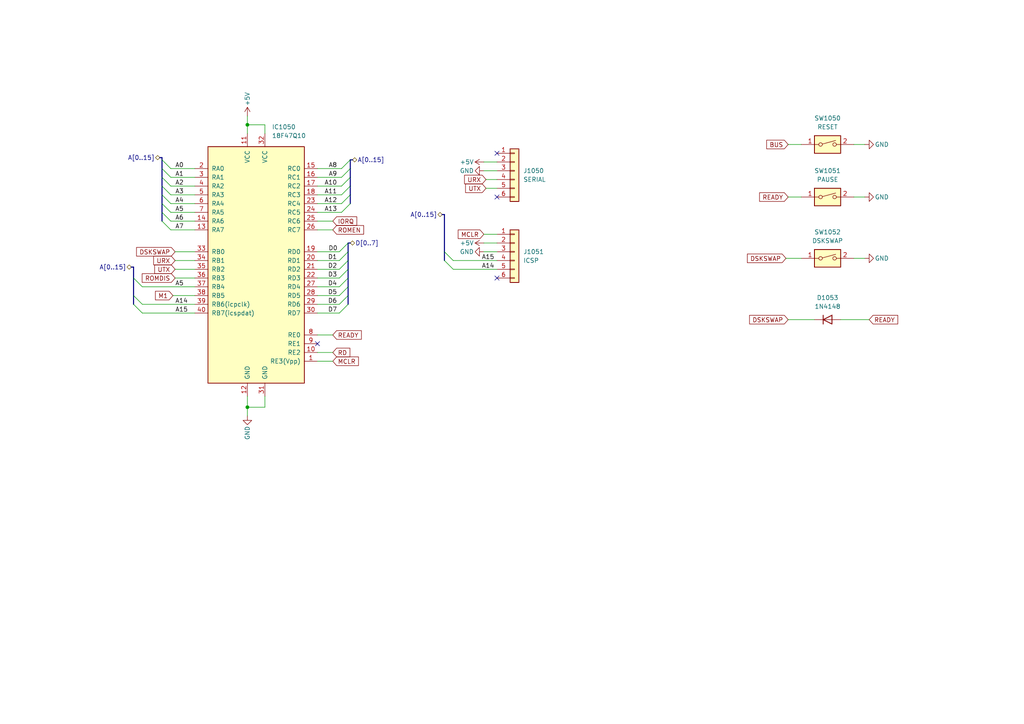
<source format=kicad_sch>
(kicad_sch (version 20211123) (generator eeschema)
  (paper "A4")
  (lib_symbols
    (symbol "Connector_Generic:Conn_01x06" (pin_names (offset 1.016) hide)
      (property "Reference" "J" (at 0 7.62 0))
      (property "Value" "Conn_01x06" (at 0 -10.16 0))
      (symbol "Conn_01x06_1_1"
        (rectangle (start -1.27 -7.493) (end 0 -7.747) (stroke (width 0.1524)))
        (rectangle (start -1.27 -4.953) (end 0 -5.207) (stroke (width 0.1524)))
        (rectangle (start -1.27 -2.413) (end 0 -2.667) (stroke (width 0.1524)))
        (rectangle (start -1.27 0.127) (end 0 -0.127) (stroke (width 0.1524)))
        (rectangle (start -1.27 2.667) (end 0 2.413) (stroke (width 0.1524)))
        (rectangle (start -1.27 5.207) (end 0 4.953) (stroke (width 0.1524)))
        (rectangle (start -1.27 6.35) (end 1.27 -8.89) (stroke (width 0.254)) (fill (type background)))
        (pin passive line (at -5.08 5.08 0) (length 3.81) (name "Pin_1") (number "1"))
        (pin passive line (at -5.08 2.54 0) (length 3.81) (name "Pin_2") (number "2"))
        (pin passive line (at -5.08 0 0) (length 3.81) (name "Pin_3") (number "3"))
        (pin passive line (at -5.08 -2.54 0) (length 3.81) (name "Pin_4") (number "4"))
        (pin passive line (at -5.08 -5.08 0) (length 3.81) (name "Pin_5") (number "5"))
        (pin passive line (at -5.08 -7.62 0) (length 3.81) (name "Pin_6") (number "6"))
      )
    )
    (symbol "Device:D" (pin_numbers hide) (pin_names (offset 1.016) hide)
      (property "Reference" "D" (at 0 2.54 0))
      (property "Value" "D" (at 0 -2.54 0))
      (symbol "D_0_1"
        (polyline (pts (xy -1.27 1.27) (xy -1.27 -1.27)) (stroke (width 0.254)))
        (polyline (pts (xy 1.27 0) (xy -1.27 0)))
        (polyline (pts (xy 1.27 1.27) (xy 1.27 -1.27) (xy -1.27 0) (xy 1.27 1.27)) (stroke (width 0.254)))
      )
      (symbol "D_1_1"
        (pin passive line (at -3.81 0 0) (length 2.54) (name "K") (number "1"))
        (pin passive line (at 3.81 0 180) (length 2.54) (name "A") (number "2"))
      )
    )
    (symbol "Switch:SW_DIP_x01" (pin_names (offset 0) hide)
      (property "Reference" "SW" (at 0 3.81 0))
      (property "Value" "SW_DIP_x01" (at 0 -3.81 0))
      (symbol "SW_DIP_x01_0_0"
        (circle (center -2.032 0) (radius 0.508))
        (polyline (pts (xy -1.524 0.127) (xy 2.3622 1.1684)))
        (circle (center 2.032 0) (radius 0.508))
      )
      (symbol "SW_DIP_x01_0_1"
        (rectangle (start -3.81 2.54) (end 3.81 -2.54) (stroke (width 0.254)) (fill (type background)))
      )
      (symbol "SW_DIP_x01_1_1"
        (pin passive line (at -7.62 0 0) (length 5.08) (name "~") (number "1"))
        (pin passive line (at 7.62 0 180) (length 5.08) (name "~") (number "2"))
      )
    )
    (symbol "USIfACII:18F2747Q10_DIP40" (pin_names (offset 1.016))
      (property "Reference" "U" (at -13.97 35.56 0))
      (property "Value" "18F2747Q10_DIP40" (at 6.35 40.64 0))
      (symbol "18F2747Q10_DIP40_0_1"
        (rectangle (start -13.97 34.29) (end 13.97 -34.29) (stroke (width 0.254)) (fill (type background)))
      )
      (symbol "18F2747Q10_DIP40_1_1"
        (pin passive line (at 17.78 -27.94 180) (length 3.81) (name "RE3(Vpp)") (number "1"))
        (pin passive line (at 17.78 -25.4 180) (length 3.81) (name "RE2") (number "10"))
        (pin power_in line (at -2.54 38.1 270) (length 3.81) (name "VCC") (number "11"))
        (pin power_in line (at -2.54 -38.1 90) (length 3.81) (name "GND") (number "12"))
        (pin passive line (at -17.78 10.16 0) (length 3.81) (name "RA7") (number "13"))
        (pin passive line (at -17.78 12.7 0) (length 3.81) (name "RA6") (number "14"))
        (pin passive line (at 17.78 27.94 180) (length 3.81) (name "RC0") (number "15"))
        (pin passive line (at 17.78 25.4 180) (length 3.81) (name "RC1") (number "16"))
        (pin passive line (at 17.78 22.86 180) (length 3.81) (name "RC2") (number "17"))
        (pin passive line (at 17.78 20.32 180) (length 3.81) (name "RC3") (number "18"))
        (pin passive line (at 17.78 3.81 180) (length 3.81) (name "RD0") (number "19"))
        (pin passive line (at -17.78 27.94 0) (length 3.81) (name "RA0") (number "2"))
        (pin passive line (at 17.78 1.27 180) (length 3.81) (name "RD1") (number "20"))
        (pin passive line (at 17.78 -1.27 180) (length 3.81) (name "RD2") (number "21"))
        (pin passive line (at 17.78 -3.81 180) (length 3.81) (name "RD3") (number "22"))
        (pin passive line (at 17.78 17.78 180) (length 3.81) (name "RC4") (number "23"))
        (pin passive line (at 17.78 15.24 180) (length 3.81) (name "RC5") (number "24"))
        (pin passive line (at 17.78 12.7 180) (length 3.81) (name "RC6") (number "25"))
        (pin passive line (at 17.78 10.16 180) (length 3.81) (name "RC7") (number "26"))
        (pin passive line (at 17.78 -6.35 180) (length 3.81) (name "RD4") (number "27"))
        (pin passive line (at 17.78 -8.89 180) (length 3.81) (name "RD5") (number "28"))
        (pin passive line (at 17.78 -11.43 180) (length 3.81) (name "RD6") (number "29"))
        (pin passive line (at -17.78 25.4 0) (length 3.81) (name "RA1") (number "3"))
        (pin passive line (at 17.78 -13.97 180) (length 3.81) (name "RD7") (number "30"))
        (pin power_in line (at 2.54 -38.1 90) (length 3.81) (name "GND") (number "31"))
        (pin power_in line (at 2.54 38.1 270) (length 3.81) (name "VCC") (number "32"))
        (pin passive line (at -17.78 3.81 0) (length 3.81) (name "RB0") (number "33"))
        (pin passive line (at -17.78 1.27 0) (length 3.81) (name "RB1") (number "34"))
        (pin passive line (at -17.78 -1.27 0) (length 3.81) (name "RB2") (number "35"))
        (pin passive line (at -17.78 -3.81 0) (length 3.81) (name "RB3") (number "36"))
        (pin passive line (at -17.78 -6.35 0) (length 3.81) (name "RB4") (number "37"))
        (pin passive line (at -17.78 -8.89 0) (length 3.81) (name "RB5") (number "38"))
        (pin passive line (at -17.78 -11.43 0) (length 3.81) (name "RB6(icpclk)") (number "39"))
        (pin passive line (at -17.78 22.86 0) (length 3.81) (name "RA2") (number "4"))
        (pin passive line (at -17.78 -13.97 0) (length 3.81) (name "RB7(icspdat)") (number "40"))
        (pin passive line (at -17.78 20.32 0) (length 3.81) (name "RA3") (number "5"))
        (pin passive line (at -17.78 17.78 0) (length 3.81) (name "RA4") (number "6"))
        (pin passive line (at -17.78 15.24 0) (length 3.81) (name "RA5") (number "7"))
        (pin passive line (at 17.78 -20.32 180) (length 3.81) (name "RE0") (number "8"))
        (pin passive line (at 17.78 -22.86 180) (length 3.81) (name "RE1") (number "9"))
      )
    )
    (symbol "power:+5V" (power) (pin_names (offset 0))
      (property "Value" "+5V" (at 0 3.556 0))
      (symbol "+5V_0_1"
        (polyline (pts (xy -0.762 1.27) (xy 0 2.54)))
        (polyline (pts (xy 0 0) (xy 0 2.54)))
        (polyline (pts (xy 0 2.54) (xy 0.762 1.27)))
      )
      (symbol "+5V_1_1"
        (pin power_in line (at 0 0 90) (length 0) hide (name "+5V") (number "1"))
      )
    )
    (symbol "power:GND" (power) (pin_names (offset 0))
      (property "Value" "GND" (at 0 -3.81 0))
      (symbol "GND_0_1"
        (polyline (pts (xy 0 0) (xy 0 -1.27) (xy 1.27 -1.27) (xy 0 -2.54) (xy -1.27 -1.27) (xy 0 -1.27)))
      )
      (symbol "GND_1_1"
        (pin power_in line (at 0 0 270) (length 0) hide (name "GND") (number "1"))
      )
    )
  )
  (junction (at 71.755 118.11))
  (junction (at 71.755 36.195))
  (no_connect (at 144.145 44.45))
  (no_connect (at 144.145 57.15))
  (no_connect (at 144.145 80.645))
  (no_connect (at 92.075 99.695))
  (bus_entry (at 101.6 53.975) (size -2.54 2.54))
  (bus_entry (at 46.99 51.435) (size 2.54 2.54))
  (bus_entry (at 38.735 80.645) (size 2.54 2.54))
  (bus_entry (at 100.965 70.485) (size -2.54 2.54))
  (bus_entry (at 38.735 85.725) (size 2.54 2.54))
  (bus_entry (at 100.965 75.565) (size -2.54 2.54))
  (bus_entry (at 100.965 78.105) (size -2.54 2.54))
  (bus_entry (at 46.99 46.355) (size 2.54 2.54))
  (bus_entry (at 46.99 56.515) (size 2.54 2.54))
  (bus_entry (at 100.965 80.645) (size -2.54 2.54))
  (bus_entry (at 128.905 73.025) (size 2.54 2.54))
  (bus_entry (at 101.6 59.055) (size -2.54 2.54))
  (bus_entry (at 101.6 48.895) (size -2.54 2.54))
  (bus_entry (at 46.99 48.895) (size 2.54 2.54))
  (bus_entry (at 128.905 75.565) (size 2.54 2.54))
  (bus_entry (at 100.965 83.185) (size -2.54 2.54))
  (bus_entry (at 101.6 46.355) (size -2.54 2.54))
  (bus_entry (at 101.6 56.515) (size -2.54 2.54))
  (bus_entry (at 46.99 64.135) (size 2.54 2.54))
  (bus_entry (at 101.6 51.435) (size -2.54 2.54))
  (bus_entry (at 100.965 73.025) (size -2.54 2.54))
  (bus_entry (at 46.99 61.595) (size 2.54 2.54))
  (bus_entry (at 100.965 85.725) (size -2.54 2.54))
  (bus_entry (at 46.99 59.055) (size 2.54 2.54))
  (bus_entry (at 100.965 88.265) (size -2.54 2.54))
  (bus_entry (at 38.735 88.265) (size 2.54 2.54))
  (bus_entry (at 46.99 53.975) (size 2.54 2.54))
  (wire (pts (xy 228.6 92.71) (xy 236.22 92.71)))
  (wire (pts (xy 140.335 70.485) (xy 144.145 70.485)))
  (wire (pts (xy 41.275 83.185) (xy 56.515 83.185)))
  (bus (pts (xy 38.1 77.47) (xy 38.735 77.47)))
  (bus (pts (xy 46.99 53.975) (xy 46.99 51.435)))
  (bus (pts (xy 100.965 80.645) (xy 100.965 78.105)))
  (wire (pts (xy 96.52 97.155) (xy 92.075 97.155)))
  (wire (pts (xy 99.06 59.055) (xy 92.075 59.055)))
  (wire (pts (xy 98.425 78.105) (xy 92.075 78.105)))
  (bus (pts (xy 101.6 48.895) (xy 101.6 46.355)))
  (wire (pts (xy 49.53 59.055) (xy 56.515 59.055)))
  (wire (pts (xy 49.53 56.515) (xy 56.515 56.515)))
  (wire (pts (xy 99.06 56.515) (xy 92.075 56.515)))
  (wire (pts (xy 49.53 66.675) (xy 56.515 66.675)))
  (wire (pts (xy 250.825 74.93) (xy 247.65 74.93)))
  (bus (pts (xy 46.99 61.595) (xy 46.99 59.055)))
  (bus (pts (xy 38.735 77.47) (xy 38.735 80.645)))
  (bus (pts (xy 101.6 51.435) (xy 101.6 48.895)))
  (bus (pts (xy 46.99 59.055) (xy 46.99 56.515)))
  (wire (pts (xy 98.425 85.725) (xy 92.075 85.725)))
  (bus (pts (xy 101.6 53.975) (xy 101.6 51.435)))
  (wire (pts (xy 140.335 73.025) (xy 144.145 73.025)))
  (bus (pts (xy 101.6 59.055) (xy 101.6 56.515)))
  (bus (pts (xy 100.965 85.725) (xy 100.965 83.185)))
  (wire (pts (xy 140.335 46.99) (xy 144.145 46.99)))
  (wire (pts (xy 98.425 90.805) (xy 92.075 90.805)))
  (wire (pts (xy 140.97 54.61) (xy 144.145 54.61)))
  (bus (pts (xy 46.99 51.435) (xy 46.99 48.895)))
  (bus (pts (xy 128.27 62.23) (xy 128.905 62.23)))
  (wire (pts (xy 76.835 114.935) (xy 76.835 118.11)))
  (wire (pts (xy 96.52 66.675) (xy 92.075 66.675)))
  (bus (pts (xy 101.6 56.515) (xy 101.6 53.975)))
  (bus (pts (xy 102.235 46.355) (xy 101.6 46.355)))
  (wire (pts (xy 98.425 75.565) (xy 92.075 75.565)))
  (bus (pts (xy 100.965 83.185) (xy 100.965 80.645)))
  (wire (pts (xy 76.835 38.735) (xy 76.835 36.195)))
  (wire (pts (xy 41.275 88.265) (xy 56.515 88.265)))
  (wire (pts (xy 49.53 64.135) (xy 56.515 64.135)))
  (bus (pts (xy 38.735 85.725) (xy 38.735 88.265)))
  (bus (pts (xy 46.99 46.355) (xy 46.99 45.72)))
  (bus (pts (xy 46.99 56.515) (xy 46.99 53.975)))
  (wire (pts (xy 71.755 36.195) (xy 71.755 33.655)))
  (wire (pts (xy 99.06 61.595) (xy 92.075 61.595)))
  (wire (pts (xy 227.965 74.93) (xy 232.41 74.93)))
  (bus (pts (xy 128.905 62.23) (xy 128.905 73.025)))
  (wire (pts (xy 41.275 90.805) (xy 56.515 90.805)))
  (wire (pts (xy 131.445 78.105) (xy 144.145 78.105)))
  (bus (pts (xy 46.99 64.135) (xy 46.99 61.595)))
  (wire (pts (xy 50.165 85.725) (xy 56.515 85.725)))
  (wire (pts (xy 140.335 49.53) (xy 144.145 49.53)))
  (wire (pts (xy 98.425 80.645) (xy 92.075 80.645)))
  (wire (pts (xy 99.06 53.975) (xy 92.075 53.975)))
  (wire (pts (xy 50.8 80.645) (xy 56.515 80.645)))
  (wire (pts (xy 71.755 114.935) (xy 71.755 118.11)))
  (wire (pts (xy 228.6 57.15) (xy 232.41 57.15)))
  (wire (pts (xy 228.6 41.91) (xy 232.41 41.91)))
  (bus (pts (xy 101.6 70.485) (xy 100.965 70.485)))
  (bus (pts (xy 100.965 78.105) (xy 100.965 75.565)))
  (wire (pts (xy 71.755 120.65) (xy 71.755 118.11)))
  (bus (pts (xy 46.99 48.895) (xy 46.99 46.355)))
  (wire (pts (xy 98.425 88.265) (xy 92.075 88.265)))
  (wire (pts (xy 250.825 57.15) (xy 247.65 57.15)))
  (wire (pts (xy 99.06 51.435) (xy 92.075 51.435)))
  (wire (pts (xy 252.095 92.71) (xy 243.84 92.71)))
  (wire (pts (xy 250.825 41.91) (xy 247.65 41.91)))
  (wire (pts (xy 71.755 36.195) (xy 71.755 38.735)))
  (bus (pts (xy 128.905 73.025) (xy 128.905 75.565)))
  (wire (pts (xy 76.835 36.195) (xy 71.755 36.195)))
  (wire (pts (xy 98.425 83.185) (xy 92.075 83.185)))
  (bus (pts (xy 100.965 70.485) (xy 100.965 73.025)))
  (wire (pts (xy 49.53 53.975) (xy 56.515 53.975)))
  (wire (pts (xy 96.52 102.235) (xy 92.075 102.235)))
  (wire (pts (xy 96.52 104.775) (xy 92.075 104.775)))
  (wire (pts (xy 49.53 61.595) (xy 56.515 61.595)))
  (wire (pts (xy 140.97 52.07) (xy 144.145 52.07)))
  (wire (pts (xy 49.53 51.435) (xy 56.515 51.435)))
  (bus (pts (xy 100.965 75.565) (xy 100.965 73.025)))
  (wire (pts (xy 99.06 48.895) (xy 92.075 48.895)))
  (wire (pts (xy 50.8 78.105) (xy 56.515 78.105)))
  (wire (pts (xy 50.8 73.025) (xy 56.515 73.025)))
  (wire (pts (xy 131.445 75.565) (xy 144.145 75.565)))
  (wire (pts (xy 50.8 75.565) (xy 56.515 75.565)))
  (wire (pts (xy 140.335 67.945) (xy 144.145 67.945)))
  (wire (pts (xy 49.53 48.895) (xy 56.515 48.895)))
  (wire (pts (xy 96.52 64.135) (xy 92.075 64.135)))
  (bus (pts (xy 38.735 80.645) (xy 38.735 85.725)))
  (bus (pts (xy 100.965 88.265) (xy 100.965 85.725)))
  (bus (pts (xy 46.355 45.72) (xy 46.99 45.72)))
  (wire (pts (xy 92.075 73.025) (xy 98.425 73.025)))
  (wire (pts (xy 71.755 118.11) (xy 76.835 118.11)))
  (label "A15" (at 139.7 75.565 0))
  (label "A10" (at 97.79 53.975 180))
  (label "D3" (at 97.79 80.645 180))
  (label "A2" (at 50.8 53.975 0))
  (label "A11" (at 97.79 56.515 180))
  (label "A14" (at 50.8 88.265 0))
  (label "D1" (at 97.79 75.565 180))
  (label "D5" (at 97.79 85.725 180))
  (label "D4" (at 97.79 83.185 180))
  (label "A6" (at 50.8 64.135 0))
  (label "A8" (at 97.79 48.895 180))
  (label "A14" (at 139.7 78.105 0))
  (label "A1" (at 50.8 51.435 0))
  (label "A9" (at 97.79 51.435 180))
  (label "A7" (at 50.8 66.675 0))
  (label "A5" (at 50.8 83.185 0))
  (label "D6" (at 97.79 88.265 180))
  (label "D0" (at 95.25 73.025 0))
  (label "A5" (at 50.8 61.595 0))
  (label "A3" (at 50.8 56.515 0))
  (label "A12" (at 97.79 59.055 180))
  (label "A15" (at 50.817 90.805 0))
  (label "A0" (at 50.8 48.895 0))
  (label "D2" (at 97.79 78.105 180))
  (label "A4" (at 50.8 59.055 0))
  (label "D7" (at 97.79 90.805 180))
  (label "A13" (at 97.79 61.595 180))
  (global_label "UTX" (shape input) (at 50.8 78.105 180) (property "Intersheet References" "${INTERSHEET_REFS}" (effects hide)))
  (global_label "MCLR" (shape input) (at 96.52 104.775 0) (property "Intersheet References" "${INTERSHEET_REFS}" (effects hide)))
  (global_label "ROMDIS" (shape input) (at 50.8 80.645 180) (property "Intersheet References" "${INTERSHEET_REFS}" (effects hide)))
  (global_label "RD" (shape input) (at 96.52 102.235 0) (property "Intersheet References" "${INTERSHEET_REFS}" (effects hide)))
  (global_label "MCLR" (shape input) (at 140.335 67.945 180) (property "Intersheet References" "${INTERSHEET_REFS}" (effects hide)))
  (global_label "READY" (shape input) (at 96.52 97.155 0) (property "Intersheet References" "${INTERSHEET_REFS}" (effects hide)))
  (global_label "URX" (shape input) (at 140.97 52.07 180) (property "Intersheet References" "${INTERSHEET_REFS}" (effects hide)))
  (global_label "DSKSWAP" (shape input) (at 227.965 74.93 180) (property "Intersheet References" "${INTERSHEET_REFS}" (effects hide)))
  (global_label "READY" (shape input) (at 228.6 57.15 180) (property "Intersheet References" "${INTERSHEET_REFS}" (effects hide)))
  (global_label "UTX" (shape input) (at 140.97 54.61 180) (property "Intersheet References" "${INTERSHEET_REFS}" (effects hide)))
  (global_label "ROMEN" (shape input) (at 96.52 66.675 0) (property "Intersheet References" "${INTERSHEET_REFS}" (effects hide)))
  (global_label "URX" (shape input) (at 50.8 75.565 180) (property "Intersheet References" "${INTERSHEET_REFS}" (effects hide)))
  (global_label "IORQ" (shape input) (at 96.52 64.135 0) (property "Intersheet References" "${INTERSHEET_REFS}" (effects hide)))
  (global_label "M1" (shape input) (at 50.165 85.725 180) (property "Intersheet References" "${INTERSHEET_REFS}" (effects hide)))
  (global_label "BUS" (shape input) (at 228.6 41.91 180) (property "Intersheet References" "${INTERSHEET_REFS}" (effects hide)))
  (global_label "DSKSWAP" (shape input) (at 228.6 92.71 180) (property "Intersheet References" "${INTERSHEET_REFS}" (effects hide)))
  (global_label "READY" (shape input) (at 252.095 92.71 0) (property "Intersheet References" "${INTERSHEET_REFS}" (effects hide)))
  (global_label "DSKSWAP" (shape input) (at 50.8 73.025 180) (property "Intersheet References" "${INTERSHEET_REFS}" (effects hide)))
  (hierarchical_label "A[0..15]" (shape bidirectional) (at 102.235 46.355 0))
  (hierarchical_label "A[0..15]" (shape bidirectional) (at 46.355 45.72 180))
  (hierarchical_label "A[0..15]" (shape bidirectional) (at 128.27 62.23 180))
  (hierarchical_label "A[0..15]" (shape bidirectional) (at 38.1 77.47 180))
  (hierarchical_label "D[0..7]" (shape bidirectional) (at 101.6 70.485 0))
  (symbol (lib_id "Connector_Generic:Conn_01x06") (at 149.225 73.025 0) (unit 1)
    (property "Reference" "J1051" (at 151.765 73.0249 0) (effects (justify left)))
    (property "Value" "ICSP" (at 151.765 75.5649 0) (effects (justify left)))
    (property "Footprint" "Connector_PinHeader_2.54mm:PinHeader_1x06_P2.54mm_Horizontal" (effects hide))
  )
  (symbol (lib_id "Connector_Generic:Conn_01x06") (at 149.225 49.53 0) (unit 1)
    (property "Reference" "J1050" (at 151.765 49.5299 0) (effects (justify left)))
    (property "Value" "SERIAL" (at 151.765 52.0699 0) (effects (justify left)))
    (property "Footprint" "Connector_PinSocket_2.54mm:PinSocket_1x06_P2.54mm_Horizontal" (effects hide))
  )
  (symbol (lib_id "power:+5V") (at 71.755 33.655 0) (unit 1)
    (property "Reference" "#PWR0106" (effects hide))
    (property "Value" "+5V" (at 71.755 26.67 90) (effects (justify right)))
  )
  (symbol (lib_id "power:GND") (at 250.825 74.93 90) (unit 1)
    (property "Reference" "#PWR0115" (effects hide))
    (property "Value" "GND" (at 257.81 74.93 90) (effects (justify left)))
  )
  (symbol (lib_id "Switch:SW_DIP_x01") (at 240.03 57.15 0) (unit 1)
    (property "Reference" "SW1051" (at 240.03 49.53 0))
    (property "Value" "PAUSE" (at 240.03 52.07 0))
    (property "Footprint" "Button_Switch_THT:SW_Tactile_SPST_Angled_PTS645Vx58-2LFS" (effects hide))
  )
  (symbol (lib_id "power:+5V") (at 140.335 46.99 90) (unit 1)
    (property "Reference" "#PWR0112" (effects hide))
    (property "Value" "+5V" (at 133.35 46.99 90) (effects (justify right)))
  )
  (symbol (lib_id "Switch:SW_DIP_x01") (at 240.03 74.93 0) (unit 1)
    (property "Reference" "SW1052" (at 240.03 67.31 0))
    (property "Value" "DSKSWAP" (at 240.03 69.85 0))
    (property "Footprint" "Button_Switch_THT:SW_Tactile_SPST_Angled_PTS645Vx58-2LFS" (effects hide))
  )
  (symbol (lib_id "power:GND") (at 250.825 41.91 90) (unit 1)
    (property "Reference" "#PWR0113" (effects hide))
    (property "Value" "GND" (at 257.81 41.91 90) (effects (justify left)))
  )
  (symbol (lib_id "power:GND") (at 140.335 49.53 270) (unit 1)
    (property "Reference" "#PWR0111" (effects hide))
    (property "Value" "GND" (at 133.35 49.53 90) (effects (justify left)))
  )
  (symbol (lib_id "power:GND") (at 140.335 73.025 270) (unit 1)
    (property "Reference" "#PWR0109" (effects hide))
    (property "Value" "GND" (at 133.35 73.025 90) (effects (justify left)))
  )
  (symbol (lib_id "USIfACII:18F2747Q10_DIP40") (at 74.295 76.835 0) (unit 1)
    (property "Reference" "IC1050" (at 78.8544 36.83 0) (effects (justify left)))
    (property "Value" "18F47Q10" (at 78.8544 39.37 0) (effects (justify left)))
    (property "Footprint" "Package_DIP:DIP-40_W15.24mm_Socket" (effects hide))
  )
  (symbol (lib_id "Switch:SW_DIP_x01") (at 240.03 41.91 0) (unit 1)
    (property "Reference" "SW1050" (at 240.03 34.29 0))
    (property "Value" "RESET" (at 240.03 36.83 0))
    (property "Footprint" "Button_Switch_THT:SW_Tactile_SPST_Angled_PTS645Vx58-2LFS" (effects hide))
  )
  (symbol (lib_id "Device:D") (at 240.03 92.71 0) (unit 1)
    (property "Reference" "D1053" (at 240.03 86.36 0))
    (property "Value" "1N4148" (at 240.03 88.9 0))
    (property "Footprint" "Diode_SMD:D_SOD-123" (effects hide))
  )
  (symbol (lib_id "power:GND") (at 250.825 57.15 90) (unit 1)
    (property "Reference" "#PWR0114" (effects hide))
    (property "Value" "GND" (at 257.81 57.15 90) (effects (justify left)))
  )
  (symbol (lib_id "power:+5V") (at 140.335 70.485 90) (unit 1)
    (property "Reference" "#PWR0108" (effects hide))
    (property "Value" "+5V" (at 133.35 70.485 90) (effects (justify right)))
  )
  (symbol (lib_id "power:GND") (at 71.755 120.65 0) (unit 1)
    (property "Reference" "#PWR0103" (effects hide))
    (property "Value" "GND" (at 71.755 127.635 90) (effects (justify left)))
  )
)
</source>
